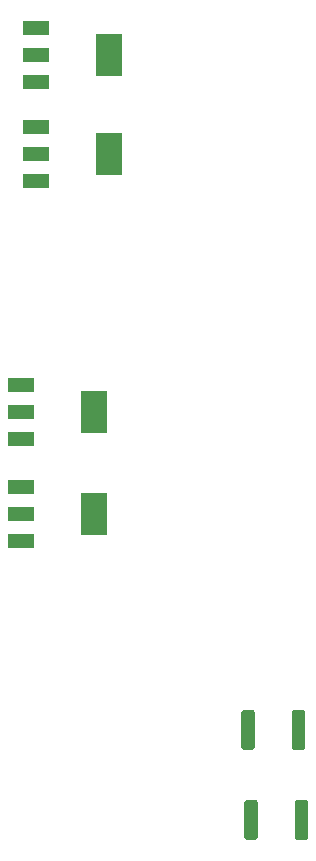
<source format=gbp>
G04 #@! TF.GenerationSoftware,KiCad,Pcbnew,5.1.5-52549c5~84~ubuntu18.04.1*
G04 #@! TF.CreationDate,2020-01-14T22:13:02+01:00*
G04 #@! TF.ProjectId,Speeduino_base,53706565-6475-4696-9e6f-5f626173652e,rev?*
G04 #@! TF.SameCoordinates,Original*
G04 #@! TF.FileFunction,Paste,Bot*
G04 #@! TF.FilePolarity,Positive*
%FSLAX46Y46*%
G04 Gerber Fmt 4.6, Leading zero omitted, Abs format (unit mm)*
G04 Created by KiCad (PCBNEW 5.1.5-52549c5~84~ubuntu18.04.1) date 2020-01-14 22:13:02*
%MOMM*%
%LPD*%
G04 APERTURE LIST*
%ADD10C,0.100000*%
%ADD11R,2.200000X3.600000*%
%ADD12R,2.235200X1.219200*%
G04 APERTURE END LIST*
D10*
G36*
X211262505Y-93805204D02*
G01*
X211286773Y-93808804D01*
X211310572Y-93814765D01*
X211333671Y-93823030D01*
X211355850Y-93833520D01*
X211376893Y-93846132D01*
X211396599Y-93860747D01*
X211414777Y-93877223D01*
X211431253Y-93895401D01*
X211445868Y-93915107D01*
X211458480Y-93936150D01*
X211468970Y-93958329D01*
X211477235Y-93981428D01*
X211483196Y-94005227D01*
X211486796Y-94029495D01*
X211488000Y-94053999D01*
X211488000Y-96954001D01*
X211486796Y-96978505D01*
X211483196Y-97002773D01*
X211477235Y-97026572D01*
X211468970Y-97049671D01*
X211458480Y-97071850D01*
X211445868Y-97092893D01*
X211431253Y-97112599D01*
X211414777Y-97130777D01*
X211396599Y-97147253D01*
X211376893Y-97161868D01*
X211355850Y-97174480D01*
X211333671Y-97184970D01*
X211310572Y-97193235D01*
X211286773Y-97199196D01*
X211262505Y-97202796D01*
X211238001Y-97204000D01*
X210612999Y-97204000D01*
X210588495Y-97202796D01*
X210564227Y-97199196D01*
X210540428Y-97193235D01*
X210517329Y-97184970D01*
X210495150Y-97174480D01*
X210474107Y-97161868D01*
X210454401Y-97147253D01*
X210436223Y-97130777D01*
X210419747Y-97112599D01*
X210405132Y-97092893D01*
X210392520Y-97071850D01*
X210382030Y-97049671D01*
X210373765Y-97026572D01*
X210367804Y-97002773D01*
X210364204Y-96978505D01*
X210363000Y-96954001D01*
X210363000Y-94053999D01*
X210364204Y-94029495D01*
X210367804Y-94005227D01*
X210373765Y-93981428D01*
X210382030Y-93958329D01*
X210392520Y-93936150D01*
X210405132Y-93915107D01*
X210419747Y-93895401D01*
X210436223Y-93877223D01*
X210454401Y-93860747D01*
X210474107Y-93846132D01*
X210495150Y-93833520D01*
X210517329Y-93823030D01*
X210540428Y-93814765D01*
X210564227Y-93808804D01*
X210588495Y-93805204D01*
X210612999Y-93804000D01*
X211238001Y-93804000D01*
X211262505Y-93805204D01*
G37*
G36*
X206987505Y-93805204D02*
G01*
X207011773Y-93808804D01*
X207035572Y-93814765D01*
X207058671Y-93823030D01*
X207080850Y-93833520D01*
X207101893Y-93846132D01*
X207121599Y-93860747D01*
X207139777Y-93877223D01*
X207156253Y-93895401D01*
X207170868Y-93915107D01*
X207183480Y-93936150D01*
X207193970Y-93958329D01*
X207202235Y-93981428D01*
X207208196Y-94005227D01*
X207211796Y-94029495D01*
X207213000Y-94053999D01*
X207213000Y-96954001D01*
X207211796Y-96978505D01*
X207208196Y-97002773D01*
X207202235Y-97026572D01*
X207193970Y-97049671D01*
X207183480Y-97071850D01*
X207170868Y-97092893D01*
X207156253Y-97112599D01*
X207139777Y-97130777D01*
X207121599Y-97147253D01*
X207101893Y-97161868D01*
X207080850Y-97174480D01*
X207058671Y-97184970D01*
X207035572Y-97193235D01*
X207011773Y-97199196D01*
X206987505Y-97202796D01*
X206963001Y-97204000D01*
X206337999Y-97204000D01*
X206313495Y-97202796D01*
X206289227Y-97199196D01*
X206265428Y-97193235D01*
X206242329Y-97184970D01*
X206220150Y-97174480D01*
X206199107Y-97161868D01*
X206179401Y-97147253D01*
X206161223Y-97130777D01*
X206144747Y-97112599D01*
X206130132Y-97092893D01*
X206117520Y-97071850D01*
X206107030Y-97049671D01*
X206098765Y-97026572D01*
X206092804Y-97002773D01*
X206089204Y-96978505D01*
X206088000Y-96954001D01*
X206088000Y-94053999D01*
X206089204Y-94029495D01*
X206092804Y-94005227D01*
X206098765Y-93981428D01*
X206107030Y-93958329D01*
X206117520Y-93936150D01*
X206130132Y-93915107D01*
X206144747Y-93895401D01*
X206161223Y-93877223D01*
X206179401Y-93860747D01*
X206199107Y-93846132D01*
X206220150Y-93833520D01*
X206242329Y-93823030D01*
X206265428Y-93814765D01*
X206289227Y-93808804D01*
X206313495Y-93805204D01*
X206337999Y-93804000D01*
X206963001Y-93804000D01*
X206987505Y-93805204D01*
G37*
G36*
X211008505Y-86185204D02*
G01*
X211032773Y-86188804D01*
X211056572Y-86194765D01*
X211079671Y-86203030D01*
X211101850Y-86213520D01*
X211122893Y-86226132D01*
X211142599Y-86240747D01*
X211160777Y-86257223D01*
X211177253Y-86275401D01*
X211191868Y-86295107D01*
X211204480Y-86316150D01*
X211214970Y-86338329D01*
X211223235Y-86361428D01*
X211229196Y-86385227D01*
X211232796Y-86409495D01*
X211234000Y-86433999D01*
X211234000Y-89334001D01*
X211232796Y-89358505D01*
X211229196Y-89382773D01*
X211223235Y-89406572D01*
X211214970Y-89429671D01*
X211204480Y-89451850D01*
X211191868Y-89472893D01*
X211177253Y-89492599D01*
X211160777Y-89510777D01*
X211142599Y-89527253D01*
X211122893Y-89541868D01*
X211101850Y-89554480D01*
X211079671Y-89564970D01*
X211056572Y-89573235D01*
X211032773Y-89579196D01*
X211008505Y-89582796D01*
X210984001Y-89584000D01*
X210358999Y-89584000D01*
X210334495Y-89582796D01*
X210310227Y-89579196D01*
X210286428Y-89573235D01*
X210263329Y-89564970D01*
X210241150Y-89554480D01*
X210220107Y-89541868D01*
X210200401Y-89527253D01*
X210182223Y-89510777D01*
X210165747Y-89492599D01*
X210151132Y-89472893D01*
X210138520Y-89451850D01*
X210128030Y-89429671D01*
X210119765Y-89406572D01*
X210113804Y-89382773D01*
X210110204Y-89358505D01*
X210109000Y-89334001D01*
X210109000Y-86433999D01*
X210110204Y-86409495D01*
X210113804Y-86385227D01*
X210119765Y-86361428D01*
X210128030Y-86338329D01*
X210138520Y-86316150D01*
X210151132Y-86295107D01*
X210165747Y-86275401D01*
X210182223Y-86257223D01*
X210200401Y-86240747D01*
X210220107Y-86226132D01*
X210241150Y-86213520D01*
X210263329Y-86203030D01*
X210286428Y-86194765D01*
X210310227Y-86188804D01*
X210334495Y-86185204D01*
X210358999Y-86184000D01*
X210984001Y-86184000D01*
X211008505Y-86185204D01*
G37*
G36*
X206733505Y-86185204D02*
G01*
X206757773Y-86188804D01*
X206781572Y-86194765D01*
X206804671Y-86203030D01*
X206826850Y-86213520D01*
X206847893Y-86226132D01*
X206867599Y-86240747D01*
X206885777Y-86257223D01*
X206902253Y-86275401D01*
X206916868Y-86295107D01*
X206929480Y-86316150D01*
X206939970Y-86338329D01*
X206948235Y-86361428D01*
X206954196Y-86385227D01*
X206957796Y-86409495D01*
X206959000Y-86433999D01*
X206959000Y-89334001D01*
X206957796Y-89358505D01*
X206954196Y-89382773D01*
X206948235Y-89406572D01*
X206939970Y-89429671D01*
X206929480Y-89451850D01*
X206916868Y-89472893D01*
X206902253Y-89492599D01*
X206885777Y-89510777D01*
X206867599Y-89527253D01*
X206847893Y-89541868D01*
X206826850Y-89554480D01*
X206804671Y-89564970D01*
X206781572Y-89573235D01*
X206757773Y-89579196D01*
X206733505Y-89582796D01*
X206709001Y-89584000D01*
X206083999Y-89584000D01*
X206059495Y-89582796D01*
X206035227Y-89579196D01*
X206011428Y-89573235D01*
X205988329Y-89564970D01*
X205966150Y-89554480D01*
X205945107Y-89541868D01*
X205925401Y-89527253D01*
X205907223Y-89510777D01*
X205890747Y-89492599D01*
X205876132Y-89472893D01*
X205863520Y-89451850D01*
X205853030Y-89429671D01*
X205844765Y-89406572D01*
X205838804Y-89382773D01*
X205835204Y-89358505D01*
X205834000Y-89334001D01*
X205834000Y-86433999D01*
X205835204Y-86409495D01*
X205838804Y-86385227D01*
X205844765Y-86361428D01*
X205853030Y-86338329D01*
X205863520Y-86316150D01*
X205876132Y-86295107D01*
X205890747Y-86275401D01*
X205907223Y-86257223D01*
X205925401Y-86240747D01*
X205945107Y-86226132D01*
X205966150Y-86213520D01*
X205988329Y-86203030D01*
X206011428Y-86194765D01*
X206035227Y-86188804D01*
X206059495Y-86185204D01*
X206083999Y-86184000D01*
X206709001Y-86184000D01*
X206733505Y-86185204D01*
G37*
D11*
X194615000Y-30734000D03*
D12*
X188417200Y-28422600D03*
X188417200Y-30734000D03*
X188417200Y-33045400D03*
D11*
X193345000Y-60960000D03*
D12*
X187147200Y-58648600D03*
X187147200Y-60960000D03*
X187147200Y-63271400D03*
D11*
X193345000Y-69596000D03*
D12*
X187147200Y-67284600D03*
X187147200Y-69596000D03*
X187147200Y-71907400D03*
D11*
X194615000Y-39116000D03*
D12*
X188417200Y-36804600D03*
X188417200Y-39116000D03*
X188417200Y-41427400D03*
M02*

</source>
